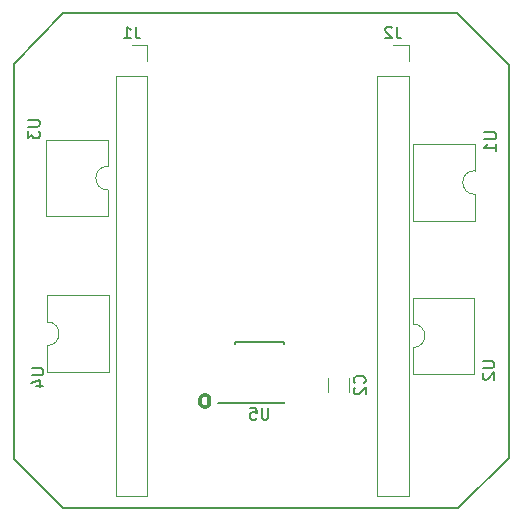
<source format=gbr>
G04 #@! TF.GenerationSoftware,KiCad,Pcbnew,5.0.2-bee76a0~70~ubuntu18.04.1*
G04 #@! TF.CreationDate,2019-01-29T19:41:56+01:00*
G04 #@! TF.ProjectId,ustepper_41_pololu,75737465-7070-4657-925f-34315f706f6c,rev?*
G04 #@! TF.SameCoordinates,Original*
G04 #@! TF.FileFunction,Legend,Bot*
G04 #@! TF.FilePolarity,Positive*
%FSLAX46Y46*%
G04 Gerber Fmt 4.6, Leading zero omitted, Abs format (unit mm)*
G04 Created by KiCad (PCBNEW 5.0.2-bee76a0~70~ubuntu18.04.1) date mar 29 ene 2019 19:41:56 CET*
%MOMM*%
%LPD*%
G01*
G04 APERTURE LIST*
%ADD10C,0.300000*%
%ADD11C,0.200000*%
%ADD12C,0.120000*%
%ADD13C,0.150000*%
G04 APERTURE END LIST*
D10*
X180481337Y-81614031D02*
X180338480Y-81542602D01*
X180267051Y-81471174D01*
X180195622Y-81328317D01*
X180195622Y-80899745D01*
X180267051Y-80756888D01*
X180338480Y-80685460D01*
X180481337Y-80614031D01*
X180695622Y-80614031D01*
X180838480Y-80685460D01*
X180909908Y-80756888D01*
X180981337Y-80899745D01*
X180981337Y-81328317D01*
X180909908Y-81471174D01*
X180838480Y-81542602D01*
X180695622Y-81614031D01*
X180481337Y-81614031D01*
D11*
X164400000Y-86000000D02*
X164400000Y-52600000D01*
X168600000Y-90200000D02*
X164400000Y-86000000D01*
X202000000Y-90200000D02*
X168600000Y-90200000D01*
X206300000Y-85900000D02*
X202000000Y-90200000D01*
X206300000Y-52700000D02*
X206300000Y-85900000D01*
X201900000Y-48300000D02*
X206300000Y-52700000D01*
X168600000Y-48300000D02*
X201900000Y-48300000D01*
X164400000Y-52600000D02*
X168600000Y-48300000D01*
D12*
G04 #@! TO.C,J2*
X197839200Y-50956800D02*
X196509200Y-50956800D01*
X197839200Y-52286800D02*
X197839200Y-50956800D01*
X197839200Y-53556800D02*
X195179200Y-53556800D01*
X195179200Y-53556800D02*
X195179200Y-89176800D01*
X197839200Y-53556800D02*
X197839200Y-89176800D01*
X197839200Y-89176800D02*
X195179200Y-89176800D01*
G04 #@! TO.C,C2*
X192834500Y-80353884D02*
X192834500Y-79149756D01*
X191014500Y-80353884D02*
X191014500Y-79149756D01*
G04 #@! TO.C,J1*
X175733580Y-89176800D02*
X173073580Y-89176800D01*
X175733580Y-53556800D02*
X175733580Y-89176800D01*
X173073580Y-53556800D02*
X173073580Y-89176800D01*
X175733580Y-53556800D02*
X173073580Y-53556800D01*
X175733580Y-52286800D02*
X175733580Y-50956800D01*
X175733580Y-50956800D02*
X174403580Y-50956800D01*
G04 #@! TO.C,U1*
X203429740Y-61604280D02*
G75*
G03X203429740Y-63604280I0J-1000000D01*
G01*
X203429740Y-63604280D02*
X203429740Y-65839280D01*
X203429740Y-65839280D02*
X198229740Y-65839280D01*
X198229740Y-65839280D02*
X198229740Y-59369280D01*
X198229740Y-59369280D02*
X203429740Y-59369280D01*
X203429740Y-59369280D02*
X203429740Y-61604280D01*
G04 #@! TO.C,U2*
X198211960Y-78821220D02*
X198211960Y-76586220D01*
X203411960Y-78821220D02*
X198211960Y-78821220D01*
X203411960Y-72351220D02*
X203411960Y-78821220D01*
X198211960Y-72351220D02*
X203411960Y-72351220D01*
X198211960Y-74586220D02*
X198211960Y-72351220D01*
X198211960Y-76586220D02*
G75*
G03X198211960Y-74586220I0J1000000D01*
G01*
G04 #@! TO.C,U3*
X172357920Y-58998440D02*
X172357920Y-61233440D01*
X167157920Y-58998440D02*
X172357920Y-58998440D01*
X167157920Y-65468440D02*
X167157920Y-58998440D01*
X172357920Y-65468440D02*
X167157920Y-65468440D01*
X172357920Y-63233440D02*
X172357920Y-65468440D01*
X172357920Y-61233440D02*
G75*
G03X172357920Y-63233440I0J-1000000D01*
G01*
G04 #@! TO.C,U4*
X167239200Y-76410960D02*
G75*
G03X167239200Y-74410960I0J1000000D01*
G01*
X167239200Y-74410960D02*
X167239200Y-72175960D01*
X167239200Y-72175960D02*
X172439200Y-72175960D01*
X172439200Y-72175960D02*
X172439200Y-78645960D01*
X172439200Y-78645960D02*
X167239200Y-78645960D01*
X167239200Y-78645960D02*
X167239200Y-76410960D01*
D13*
G04 #@! TO.C,U5*
X183133740Y-81300660D02*
X183133740Y-81250660D01*
X187283740Y-81300660D02*
X187283740Y-81155660D01*
X187283740Y-76150660D02*
X187283740Y-76295660D01*
X183133740Y-76150660D02*
X183133740Y-76295660D01*
X183133740Y-81300660D02*
X187283740Y-81300660D01*
X183133740Y-76150660D02*
X187283740Y-76150660D01*
X183133740Y-81250660D02*
X181733740Y-81250660D01*
G04 #@! TO.C,J2*
X196842533Y-49409180D02*
X196842533Y-50123466D01*
X196890152Y-50266323D01*
X196985390Y-50361561D01*
X197128247Y-50409180D01*
X197223485Y-50409180D01*
X196413961Y-49504419D02*
X196366342Y-49456800D01*
X196271104Y-49409180D01*
X196033009Y-49409180D01*
X195937771Y-49456800D01*
X195890152Y-49504419D01*
X195842533Y-49599657D01*
X195842533Y-49694895D01*
X195890152Y-49837752D01*
X196461580Y-50409180D01*
X195842533Y-50409180D01*
G04 #@! TO.C,C2*
X194101642Y-79585153D02*
X194149261Y-79537534D01*
X194196880Y-79394677D01*
X194196880Y-79299439D01*
X194149261Y-79156581D01*
X194054023Y-79061343D01*
X193958785Y-79013724D01*
X193768309Y-78966105D01*
X193625452Y-78966105D01*
X193434976Y-79013724D01*
X193339738Y-79061343D01*
X193244500Y-79156581D01*
X193196880Y-79299439D01*
X193196880Y-79394677D01*
X193244500Y-79537534D01*
X193292119Y-79585153D01*
X193292119Y-79966105D02*
X193244500Y-80013724D01*
X193196880Y-80108962D01*
X193196880Y-80347058D01*
X193244500Y-80442296D01*
X193292119Y-80489915D01*
X193387357Y-80537534D01*
X193482595Y-80537534D01*
X193625452Y-80489915D01*
X194196880Y-79918486D01*
X194196880Y-80537534D01*
G04 #@! TO.C,J1*
X174736913Y-49409180D02*
X174736913Y-50123466D01*
X174784532Y-50266323D01*
X174879770Y-50361561D01*
X175022627Y-50409180D01*
X175117865Y-50409180D01*
X173736913Y-50409180D02*
X174308341Y-50409180D01*
X174022627Y-50409180D02*
X174022627Y-49409180D01*
X174117865Y-49552038D01*
X174213103Y-49647276D01*
X174308341Y-49694895D01*
G04 #@! TO.C,U1*
X204264840Y-58367655D02*
X205074364Y-58367655D01*
X205169602Y-58415274D01*
X205217221Y-58462893D01*
X205264840Y-58558131D01*
X205264840Y-58748607D01*
X205217221Y-58843845D01*
X205169602Y-58891464D01*
X205074364Y-58939083D01*
X204264840Y-58939083D01*
X205264840Y-59939083D02*
X205264840Y-59367655D01*
X205264840Y-59653369D02*
X204264840Y-59653369D01*
X204407698Y-59558131D01*
X204502936Y-59462893D01*
X204550555Y-59367655D01*
G04 #@! TO.C,U2*
X204099740Y-77735155D02*
X204909264Y-77735155D01*
X205004502Y-77782774D01*
X205052121Y-77830393D01*
X205099740Y-77925631D01*
X205099740Y-78116107D01*
X205052121Y-78211345D01*
X205004502Y-78258964D01*
X204909264Y-78306583D01*
X204099740Y-78306583D01*
X204194979Y-78735155D02*
X204147360Y-78782774D01*
X204099740Y-78878012D01*
X204099740Y-79116107D01*
X204147360Y-79211345D01*
X204194979Y-79258964D01*
X204290217Y-79306583D01*
X204385455Y-79306583D01*
X204528312Y-79258964D01*
X205099740Y-78687536D01*
X205099740Y-79306583D01*
G04 #@! TO.C,U3*
X165606040Y-57308475D02*
X166415564Y-57308475D01*
X166510802Y-57356094D01*
X166558421Y-57403713D01*
X166606040Y-57498951D01*
X166606040Y-57689427D01*
X166558421Y-57784665D01*
X166510802Y-57832284D01*
X166415564Y-57879903D01*
X165606040Y-57879903D01*
X165606040Y-58260856D02*
X165606040Y-58879903D01*
X165986993Y-58546570D01*
X165986993Y-58689427D01*
X166034612Y-58784665D01*
X166082231Y-58832284D01*
X166177469Y-58879903D01*
X166415564Y-58879903D01*
X166510802Y-58832284D01*
X166558421Y-58784665D01*
X166606040Y-58689427D01*
X166606040Y-58403713D01*
X166558421Y-58308475D01*
X166510802Y-58260856D01*
G04 #@! TO.C,U4*
X165926080Y-78342215D02*
X166735604Y-78342215D01*
X166830842Y-78389834D01*
X166878461Y-78437453D01*
X166926080Y-78532691D01*
X166926080Y-78723167D01*
X166878461Y-78818405D01*
X166830842Y-78866024D01*
X166735604Y-78913643D01*
X165926080Y-78913643D01*
X166259414Y-79818405D02*
X166926080Y-79818405D01*
X165878461Y-79580310D02*
X166592747Y-79342215D01*
X166592747Y-79961262D01*
G04 #@! TO.C,U5*
X185970644Y-81678040D02*
X185970644Y-82487564D01*
X185923025Y-82582802D01*
X185875406Y-82630421D01*
X185780168Y-82678040D01*
X185589692Y-82678040D01*
X185494454Y-82630421D01*
X185446835Y-82582802D01*
X185399216Y-82487564D01*
X185399216Y-81678040D01*
X184446835Y-81678040D02*
X184923025Y-81678040D01*
X184970644Y-82154231D01*
X184923025Y-82106612D01*
X184827787Y-82058993D01*
X184589692Y-82058993D01*
X184494454Y-82106612D01*
X184446835Y-82154231D01*
X184399216Y-82249469D01*
X184399216Y-82487564D01*
X184446835Y-82582802D01*
X184494454Y-82630421D01*
X184589692Y-82678040D01*
X184827787Y-82678040D01*
X184923025Y-82630421D01*
X184970644Y-82582802D01*
G04 #@! TD*
M02*

</source>
